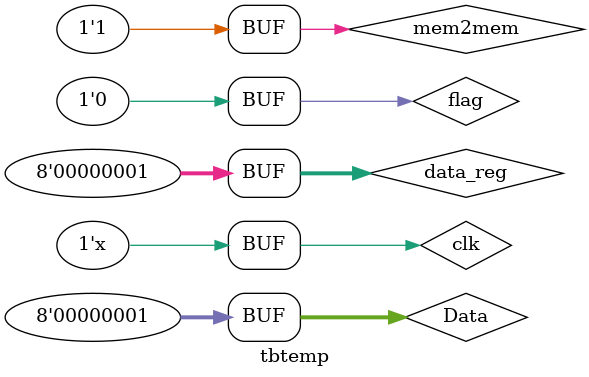
<source format=v>
module temporary(Data,clk,mem2mem);
inout [7:0] Data;
reg [7:0] temp;
reg [7:0] data_out;
input clk,mem2mem;
reg flag ;

assign Data  = (mem2mem && flag) ? data_out : 8'bz;                    //data pins will work as output 

initial begin flag=0; end

always @(posedge clk)
begin
	if(!flag && mem2mem) begin temp <= Data; flag <= 1; end          //saves the data into the temp reg
	else if (flag && mem2mem) begin data_out <= temp; flag<=0; end   //output the data from the temp reg
end
endmodule 

module tbtemp();
reg clk,flag,mem2mem;
wire [7:0] Data;
reg [7:0] data_reg;
temporary temp(Data,clk,mem2mem);

assign Data = (mem2mem && !flag)? data_reg: 8'bz;
always begin #5 clk=~clk; end

initial begin
clk=1'b0;
mem2mem = 1'b1;

//writing data
data_reg = 8'b1;
flag=1'b0;
#10;


//reading data
//flag=1'b1;
//#10;

end
endmodule

</source>
